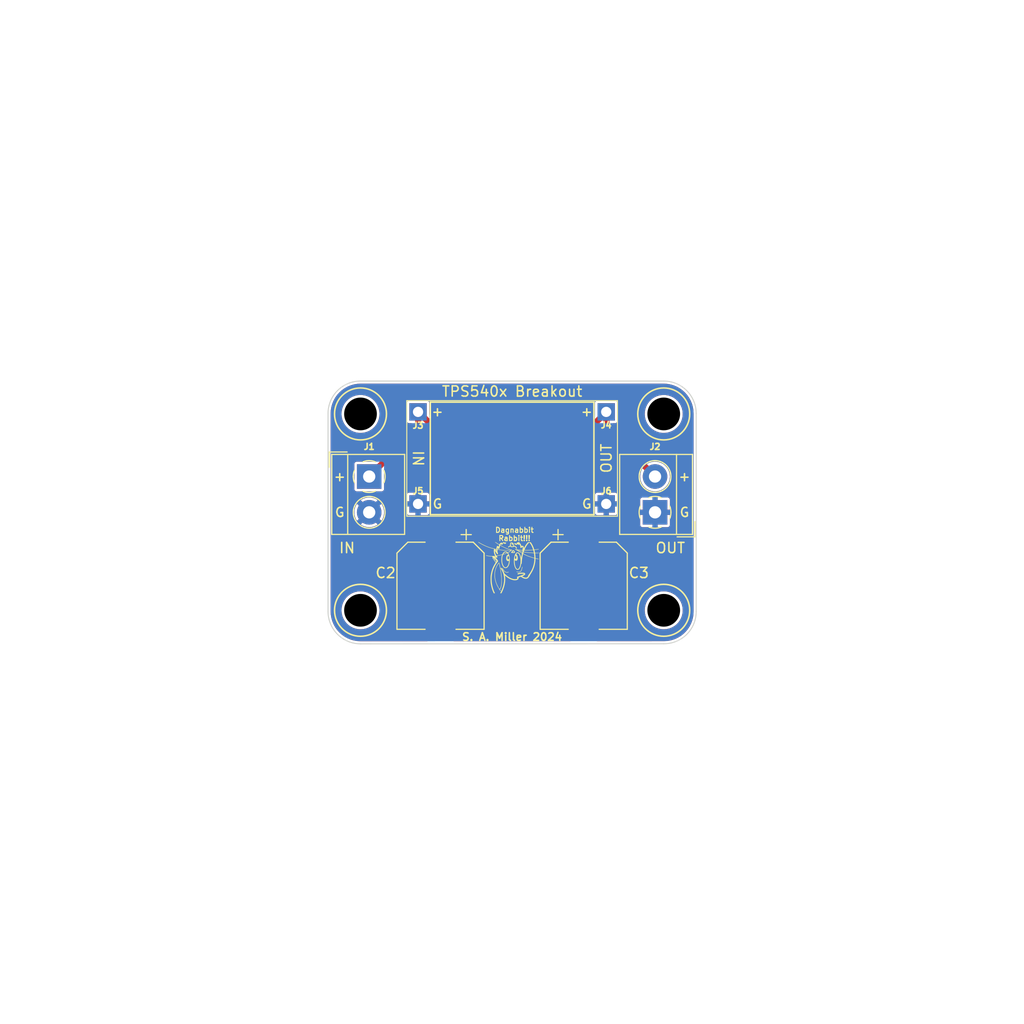
<source format=kicad_pcb>
(kicad_pcb (version 20211014) (generator pcbnew)
  (layers (0 "F.Cu" signal) (31 "B.Cu" signal) (34 "B.Paste" user) (35 "F.Paste" user) (36 "B.SilkS" user "B.Silkscreen") (37 "F.SilkS" user "F.Silkscreen") (38 "B.Mask" user) (39 "F.Mask" user) (44 "Edge.Cuts" user))
  (net 0 "")
  (net 1 "Vin")
  (net 2 "GND")
  (net 3 "Vout")
  (footprint "TerminalBlock_4Ucon:TerminalBlock_4Ucon_1x02_P3.50mm_Horizontal" (layer "F.Cu") (at 113.975 100.02 90)
    (fp_text reference "J2" (at 6.42 0) (layer "F.SilkS") (effects (font (size 0.6 0.6))))
    (fp_text value "Output")
    (pad "1" thru_hole rect (at 0 0 90) (size 2.4 2.4) (drill 1.2) (layers *.Cu *.Mask) (net 2 "GND"))
    (pad "2" thru_hole circle (at 3.5 0 90) (size 2.4 2.4) (drill 1.2) (layers *.Cu *.Mask) (net 3 "Vout"))
  )
  (footprint "Tinker:Mount" (layer "F.Cu") (at 114.825 109.6)
    (fp_text reference "REF**" hide)
    (fp_text value "Mount" hide)
    (pad "" np_thru_hole circle (at 0 0) (size 3.2 3.2) (drill 3.2) (layers *.Mask))
  )
  (footprint "Tinker:ConnPoint" (layer "F.Cu") (at 109.2 99.2)
    (fp_text reference "J6" (at 0 -1.27) (layer "F.SilkS") (effects (font (size 0.6 0.6))))
    (fp_text value "MountPoint" hide)
    (pad "1" thru_hole rect (at 0 0) (size 1.7 1.7) (drill 1) (layers *.Cu *.Mask) (net 2 "GND"))
  )
  (footprint "Tinker:ConnPoint" (layer "F.Cu") (at 90.8 90.2)
    (fp_text reference "J3" (at 0 1.33) (layer "F.SilkS") (effects (font (size 0.6 0.6))))
    (fp_text value "MountPoint" hide)
    (pad "1" thru_hole rect (at 0 0) (size 1.7 1.7) (drill 1) (layers *.Cu *.Mask) (net 1 "Vin"))
  )
  (footprint "Tinker:Mount" (layer "F.Cu") (at 85.175 90.4)
    (fp_text reference "REF**" hide)
    (fp_text value "Mount" hide)
    (pad "" np_thru_hole circle (at 0 0) (size 3.2 3.2) (drill 3.2) (layers *.Mask))
  )
  (footprint "Tinker:Mount" (layer "F.Cu") (at 85.175 109.6)
    (fp_text reference "REF**" hide)
    (fp_text value "Mount" hide)
    (pad "" np_thru_hole circle (at 0 0) (size 3.2 3.2) (drill 3.2) (layers *.Mask))
  )
  (footprint "Capacitor_SMD:CP_Elec_8x10" (layer "F.Cu") (at 107 107.2 -90)
    (fp_text reference "C3" (at -1.255 -5.395 180) (layer "F.SilkS"))
    (fp_text value "330uF")
    (pad "1" smd roundrect (at -3.25 0 270) (size 3.5 2.5) (layers "F.Cu" "F.Paste" "F.Mask") (roundrect_rratio 0.1) (net 3 "Vout"))
    (pad "2" smd roundrect (at 3.25 0 270) (size 3.5 2.5) (layers "F.Cu" "F.Paste" "F.Mask") (roundrect_rratio 0.1) (net 2 "GND"))
  )
  (footprint "Tinker:DagNabbit" (layer "F.Cu") (at 99.9 104.8 180)
    (fp_text reference "REF**" hide)
    (fp_text value "DagNabbit" hide)
    (fp_text user "Dagnabbit\nRabbit!!!" (at -0.331667 2.64) (layer "F.SilkS") (effects (font (size 0.5 0.5) (thickness 0.1))))
  )
  (footprint "Tinker:ConnPoint" (layer "F.Cu") (at 90.8 99.2)
    (fp_text reference "J5" (at 0 -1.27) (layer "F.SilkS") (effects (font (size 0.6 0.6))))
    (fp_text value "MountPoint" hide)
    (pad "1" thru_hole rect (at 0 0) (size 1.7 1.7) (drill 1) (layers *.Cu *.Mask) (net 2 "GND"))
  )
  (footprint "Capacitor_SMD:CP_Elec_8x10" (layer "F.Cu") (at 93 107.2 -90)
    (fp_text reference "C2" (at -1.255 5.37 180) (layer "F.SilkS"))
    (fp_text value "330uF")
    (pad "1" smd roundrect (at -3.25 0 270) (size 3.5 2.5) (layers "F.Cu" "F.Paste" "F.Mask") (roundrect_rratio 0.1) (net 1 "Vin"))
    (pad "2" smd roundrect (at 3.25 0 270) (size 3.5 2.5) (layers "F.Cu" "F.Paste" "F.Mask") (roundrect_rratio 0.1) (net 2 "GND"))
  )
  (footprint "TerminalBlock_4Ucon:TerminalBlock_4Ucon_1x02_P3.50mm_Horizontal" (layer "F.Cu") (at 86.025 96.52 -90)
    (fp_text reference "J1" (at -2.92 0) (layer "F.SilkS") (effects (font (size 0.6 0.6))))
    (fp_text value "Input")
    (pad "1" thru_hole rect (at 0 0 270) (size 2.4 2.4) (drill 1.2) (layers *.Cu *.Mask) (net 1 "Vin"))
    (pad "2" thru_hole circle (at 3.5 0 270) (size 2.4 2.4) (drill 1.2) (layers *.Cu *.Mask) (net 2 "GND"))
  )
  (footprint "Tinker:ConnPoint" (layer "F.Cu") (at 109.2 90.2)
    (fp_text reference "J4" (at 0 1.3) (layer "F.SilkS") (effects (font (size 0.6 0.6))))
    (fp_text value "MountPoint" hide)
    (pad "1" thru_hole rect (at 0 0) (size 1.7 1.7) (drill 1) (layers *.Cu *.Mask) (net 3 "Vout"))
  )
  (footprint "Tinker:Mount" (layer "F.Cu") (at 114.825 90.4)
    (fp_text reference "REF**" hide)
    (fp_text value "Mount" hide)
    (pad "" np_thru_hole circle (at 0 0) (size 3.2 3.2) (drill 3.2) (layers *.Mask))
  )
  (gr_line (start 108 100.245) (end 108 89.245) (layer "F.SilkS") (width 0.15))
  (gr_line (start 110.3 89.1) (end 89.7 89.1) (layer "F.SilkS") (width 0.1))
  (gr_line (start 108 89.245) (end 92 89.245) (layer "F.SilkS") (width 0.15))
  (gr_line (start 110.3 89.1) (end 110.3 100.4) (layer "F.SilkS") (width 0.1))
  (gr_line (start 92 89.245) (end 92 100.245) (layer "F.SilkS") (width 0.15))
  (gr_line (start 92 100.245) (end 108 100.245) (layer "F.SilkS") (width 0.15))
  (gr_line (start 110.3 100.4) (end 89.7 100.4) (layer "F.SilkS") (width 0.1))
  (gr_line (start 89.7 89.1) (end 89.7 100.4) (layer "F.SilkS") (width 0.1))
  (gr_line (start 118 109.6958) (end 118 90.36) (layer "Edge.Cuts") (width 0.1))
  (gr_line (start 85.175 112.879936) (end 114.825 112.8708) (layer "Edge.Cuts") (width 0.1))
  (gr_arc (start 85.175 112.879936) (mid 82.929936 111.95) (end 82 109.704936) (layer "Edge.Cuts") (width 0.1))
  (gr_line (start 82 90.36) (end 82 109.704936) (layer "Edge.Cuts") (width 0.1))
  (gr_arc (start 82 90.36) (mid 82.929936 88.114936) (end 85.175 87.185) (layer "Edge.Cuts") (width 0.1))
  (gr_arc (start 114.825 87.185) (mid 117.070064 88.114936) (end 118 90.36) (layer "Edge.Cuts") (width 0.1))
  (gr_line (start 114.825 87.185) (end 85.175 87.185) (layer "Edge.Cuts") (width 0.1))
  (gr_arc (start 118 109.6958) (mid 117.0792 111.95) (end 114.825 112.8708) (layer "Edge.Cuts") (width 0.1))
  (gr_text "+" (at 107.3 90.17) (layer "F.SilkS") (effects (font (size 0.9 0.9))))
  (gr_text "TPS540x Breakout" (at 100 88.2) (layer "F.SilkS") (effects (font (size 1 1))))
  (gr_text "IN" (at 83 103.505) (layer "F.SilkS") (effects (font (size 1 1)) (justify left)))
  (gr_text "G" (at 92.7 99.2) (layer "F.SilkS") (effects (font (size 0.9 0.9))))
  (gr_text "+" (at 116.855 96.52) (layer "F.SilkS") (effects (font (size 0.9 0.9))))
  (gr_text "S. A. Miller 2024" (at 100 112.2) (layer "F.SilkS") (effects (font (size 0.75 0.75))))
  (gr_text "G" (at 107.3 99.2) (layer "F.SilkS") (effects (font (size 0.9 0.9))))
  (gr_text "IN" (at 90.805 94.745 -90) (layer "F.SilkS") (effects (font (size 1 1))))
  (gr_text "G" (at 116.855 100.02) (layer "F.SilkS") (effects (font (size 0.9 0.9))))
  (gr_text "+" (at 83.145 96.52) (layer "F.SilkS") (effects (font (size 0.9 0.9))))
  (gr_text "G" (at 83.145 100.02) (layer "F.SilkS") (effects (font (size 0.9 0.9))))
  (gr_text "OUT" (at 109.22 94.745 90) (layer "F.SilkS") (effects (font (size 1 1))))
  (gr_text "+" (at 92.7 90.17) (layer "F.SilkS") (effects (font (size 0.9 0.9))))
  (gr_text "OUT" (at 117 103.505) (layer "F.SilkS") (effects (font (size 1 1)) (justify right)))
  (segment (start 90.805 91.74) (end 86.025 96.52) (width 0.6) (layer "F.Cu") (net 1))
  (segment (start 90.805 90.17) (end 93 92.365) (width 0.6) (layer "F.Cu") (net 1))
  (segment (start 93 92.365) (end 93 103.95) (width 0.6) (layer "F.Cu") (net 1))
  (segment (start 90.805 90.17) (end 90.805 91.74) (width 0.6) (layer "F.Cu") (net 1))
  (segment (start 109.22 90.2) (end 109.22 91.765) (width 0.6) (layer "F.Cu") (net 3))
  (segment (start 109.22 91.765) (end 113.975 96.52) (width 0.6) (layer "F.Cu") (net 3))
  (segment (start 109.22 90.2) (end 107 92.42) (width 0.6) (layer "F.Cu") (net 3))
  (segment (start 107 92.42) (end 107 103.95) (width 0.6) (layer "F.Cu") (net 3))
  (zone (net 2) (net_name "GND") (layer "F.Cu") (connect_pads (clearance 0.254)) (min_thickness 0.254) (fill yes (thermal_gap 0.254) (thermal_bridge_width 0.508))
    (polygon (pts (xy 118.4467 113.22) (xy 81.6167 113.22) (xy 81.6167 86.55) (xy 118.4467 86.55)))
  )
  (zone (net 2) (net_name "GND") (layer "B.Cu") (connect_pads (clearance 0.254)) (min_thickness 0.254) (fill yes (thermal_gap 0.254) (thermal_bridge_width 0.508))
    (polygon (pts (xy 118.4467 113.22) (xy 81.6167 113.22) (xy 81.6167 86.55) (xy 118.4467 86.55)))
  )
)
</source>
